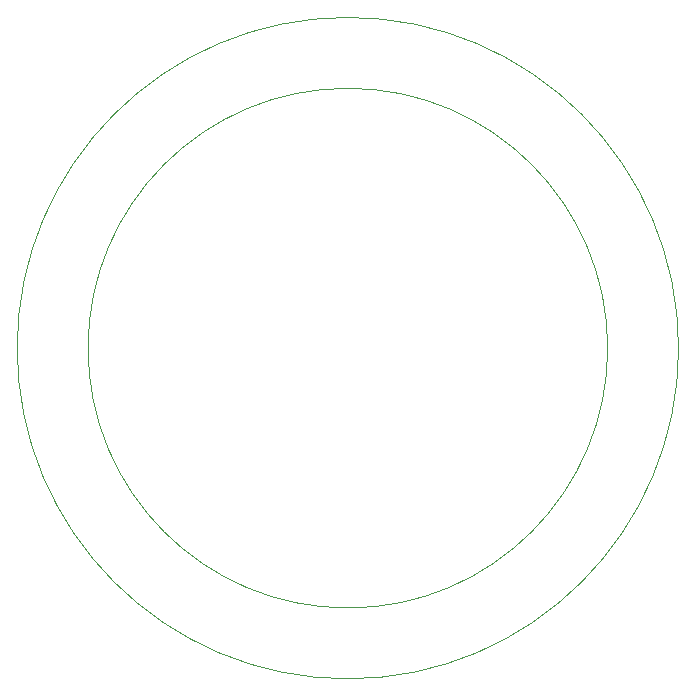
<source format=gbr>
%TF.GenerationSoftware,KiCad,Pcbnew,7.0.1-0*%
%TF.CreationDate,2023-11-10T13:36:56-08:00*%
%TF.ProjectId,ws2816b_ring_revA,77733238-3136-4625-9f72-696e675f7265,A*%
%TF.SameCoordinates,Original*%
%TF.FileFunction,Profile,NP*%
%FSLAX46Y46*%
G04 Gerber Fmt 4.6, Leading zero omitted, Abs format (unit mm)*
G04 Created by KiCad (PCBNEW 7.0.1-0) date 2023-11-10 13:36:56*
%MOMM*%
%LPD*%
G01*
G04 APERTURE LIST*
%TA.AperFunction,Profile*%
%ADD10C,0.100000*%
%TD*%
G04 APERTURE END LIST*
D10*
X175320000Y-98030000D02*
G75*
G03*
X175320000Y-98030000I-28000000J0D01*
G01*
X169320000Y-98030000D02*
G75*
G03*
X169320000Y-98030000I-22000000J0D01*
G01*
M02*

</source>
